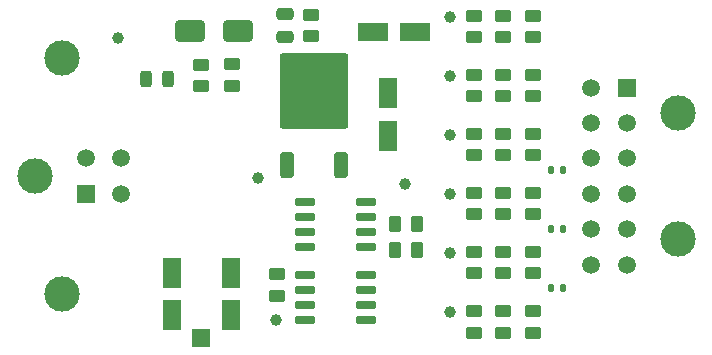
<source format=gts>
G04 #@! TF.GenerationSoftware,KiCad,Pcbnew,7.0.11-7.0.11~ubuntu22.04.1*
G04 #@! TF.CreationDate,2024-12-11T14:00:36+07:00*
G04 #@! TF.ProjectId,seat_golden,73656174-5f67-46f6-9c64-656e2e6b6963,rev?*
G04 #@! TF.SameCoordinates,Original*
G04 #@! TF.FileFunction,Soldermask,Top*
G04 #@! TF.FilePolarity,Negative*
%FSLAX46Y46*%
G04 Gerber Fmt 4.6, Leading zero omitted, Abs format (unit mm)*
G04 Created by KiCad (PCBNEW 7.0.11-7.0.11~ubuntu22.04.1) date 2024-12-11 14:00:36*
%MOMM*%
%LPD*%
G01*
G04 APERTURE LIST*
G04 Aperture macros list*
%AMRoundRect*
0 Rectangle with rounded corners*
0 $1 Rounding radius*
0 $2 $3 $4 $5 $6 $7 $8 $9 X,Y pos of 4 corners*
0 Add a 4 corners polygon primitive as box body*
4,1,4,$2,$3,$4,$5,$6,$7,$8,$9,$2,$3,0*
0 Add four circle primitives for the rounded corners*
1,1,$1+$1,$2,$3*
1,1,$1+$1,$4,$5*
1,1,$1+$1,$6,$7*
1,1,$1+$1,$8,$9*
0 Add four rect primitives between the rounded corners*
20,1,$1+$1,$2,$3,$4,$5,0*
20,1,$1+$1,$4,$5,$6,$7,0*
20,1,$1+$1,$6,$7,$8,$9,0*
20,1,$1+$1,$8,$9,$2,$3,0*%
G04 Aperture macros list end*
%ADD10C,3.000000*%
%ADD11RoundRect,0.250000X0.450000X-0.262500X0.450000X0.262500X-0.450000X0.262500X-0.450000X-0.262500X0*%
%ADD12RoundRect,0.250000X0.262500X0.450000X-0.262500X0.450000X-0.262500X-0.450000X0.262500X-0.450000X0*%
%ADD13C,1.000000*%
%ADD14RoundRect,0.250000X-0.475000X0.250000X-0.475000X-0.250000X0.475000X-0.250000X0.475000X0.250000X0*%
%ADD15RoundRect,0.250000X0.550000X-1.050000X0.550000X1.050000X-0.550000X1.050000X-0.550000X-1.050000X0*%
%ADD16C,2.999999*%
%ADD17C,1.520000*%
%ADD18R,1.520000X1.520000*%
%ADD19RoundRect,0.250000X-0.450000X0.262500X-0.450000X-0.262500X0.450000X-0.262500X0.450000X0.262500X0*%
%ADD20RoundRect,0.243750X0.243750X0.456250X-0.243750X0.456250X-0.243750X-0.456250X0.243750X-0.456250X0*%
%ADD21R,1.500000X1.500000*%
%ADD22RoundRect,0.135000X-0.135000X-0.185000X0.135000X-0.185000X0.135000X0.185000X-0.135000X0.185000X0*%
%ADD23RoundRect,0.250000X-0.550000X1.050000X-0.550000X-1.050000X0.550000X-1.050000X0.550000X1.050000X0*%
%ADD24RoundRect,0.250000X-1.050000X-0.550000X1.050000X-0.550000X1.050000X0.550000X-1.050000X0.550000X0*%
%ADD25RoundRect,0.250000X0.350000X-0.850000X0.350000X0.850000X-0.350000X0.850000X-0.350000X-0.850000X0*%
%ADD26RoundRect,0.249997X2.650003X-2.950003X2.650003X2.950003X-2.650003X2.950003X-2.650003X-2.950003X0*%
%ADD27RoundRect,0.250000X-0.262500X-0.450000X0.262500X-0.450000X0.262500X0.450000X-0.262500X0.450000X0*%
%ADD28RoundRect,0.250000X1.000000X0.650000X-1.000000X0.650000X-1.000000X-0.650000X1.000000X-0.650000X0*%
%ADD29RoundRect,0.150000X-0.725000X-0.150000X0.725000X-0.150000X0.725000X0.150000X-0.725000X0.150000X0*%
G04 APERTURE END LIST*
D10*
X5000000Y-25000000D03*
D11*
X44864214Y-8264214D03*
X44864214Y-6439214D03*
D12*
X35012500Y-21300000D03*
X33187500Y-21300000D03*
D13*
X37864214Y-6514214D03*
D14*
X23864214Y-1314214D03*
X23864214Y-3214214D03*
D15*
X32614214Y-11614214D03*
X32614214Y-8014214D03*
D16*
X57134214Y-20364562D03*
X57134214Y-9664583D03*
D17*
X49814216Y-7524567D03*
X49814216Y-10524566D03*
X49814216Y-13524565D03*
X49814216Y-16524564D03*
X49814216Y-19524563D03*
X49814216Y-22524562D03*
X52814215Y-22524562D03*
X52814215Y-19524563D03*
X52814215Y-16524564D03*
X52814215Y-13524565D03*
X52814215Y-10524566D03*
D18*
X52814215Y-7524567D03*
D19*
X42364214Y-16439214D03*
X42364214Y-18264214D03*
D11*
X16764214Y-7426714D03*
X16764214Y-5601714D03*
D20*
X14001714Y-6814214D03*
X12126714Y-6814214D03*
D11*
X39864214Y-3264214D03*
X39864214Y-1439214D03*
D21*
X16800000Y-28700000D03*
D22*
X46354214Y-14514214D03*
X47374214Y-14514214D03*
D23*
X19314214Y-23200000D03*
X19314214Y-26800000D03*
D11*
X44864214Y-3264214D03*
X44864214Y-1439214D03*
D13*
X37864214Y-1514214D03*
D19*
X42364214Y-21439214D03*
X42364214Y-23264214D03*
D24*
X31314214Y-2814214D03*
X34914214Y-2814214D03*
D11*
X44864214Y-13264214D03*
X44864214Y-11439214D03*
X44864214Y-18264214D03*
X44864214Y-16439214D03*
D25*
X24036714Y-14114214D03*
D26*
X26316714Y-7814214D03*
D25*
X28596714Y-14114214D03*
D13*
X23114214Y-27214214D03*
D19*
X26114214Y-1351714D03*
X26114214Y-3176714D03*
D13*
X37864214Y-16514214D03*
D19*
X42364214Y-1439214D03*
X42364214Y-3264214D03*
D22*
X46354214Y-24514214D03*
X47374214Y-24514214D03*
D19*
X42364214Y-11439214D03*
X42364214Y-13264214D03*
D13*
X34000000Y-15700000D03*
D11*
X39864214Y-18264214D03*
X39864214Y-16439214D03*
X39864214Y-23264214D03*
X39864214Y-21439214D03*
D19*
X23164214Y-23339214D03*
X23164214Y-25164214D03*
D27*
X33187500Y-19100000D03*
X35012500Y-19100000D03*
D19*
X42364214Y-26439214D03*
X42364214Y-28264214D03*
D13*
X37864214Y-21514214D03*
D10*
X5000000Y-5000000D03*
D23*
X14264214Y-23200000D03*
X14264214Y-26800000D03*
D13*
X37864214Y-11514214D03*
X37864214Y-26514214D03*
D11*
X39864214Y-13264214D03*
X39864214Y-11439214D03*
D13*
X9700000Y-3300000D03*
D11*
X44864214Y-23264214D03*
X44864214Y-21439214D03*
D19*
X42364214Y-6439214D03*
X42364214Y-8264214D03*
X19414214Y-5551714D03*
X19414214Y-7376714D03*
D28*
X19864214Y-2764214D03*
X15864214Y-2764214D03*
D11*
X39864214Y-8264214D03*
X39864214Y-6439214D03*
D29*
X25539214Y-23359214D03*
X25539214Y-24629214D03*
X25539214Y-25899214D03*
X25539214Y-27169214D03*
X30689214Y-27169214D03*
X30689214Y-25899214D03*
X30689214Y-24629214D03*
X30689214Y-23359214D03*
D11*
X39864214Y-28264214D03*
X39864214Y-26439214D03*
D29*
X25539214Y-17204214D03*
X25539214Y-18474214D03*
X25539214Y-19744214D03*
X25539214Y-21014214D03*
X30689214Y-21014214D03*
X30689214Y-19744214D03*
X30689214Y-18474214D03*
X30689214Y-17204214D03*
D13*
X21600000Y-15200000D03*
D11*
X44864214Y-28264214D03*
X44864214Y-26439214D03*
D16*
X2680001Y-15000000D03*
D18*
X7000000Y-16500000D03*
D17*
X7000000Y-13500001D03*
X9999999Y-16500000D03*
X9999999Y-13500001D03*
D22*
X46354214Y-19514214D03*
X47374214Y-19514214D03*
M02*

</source>
